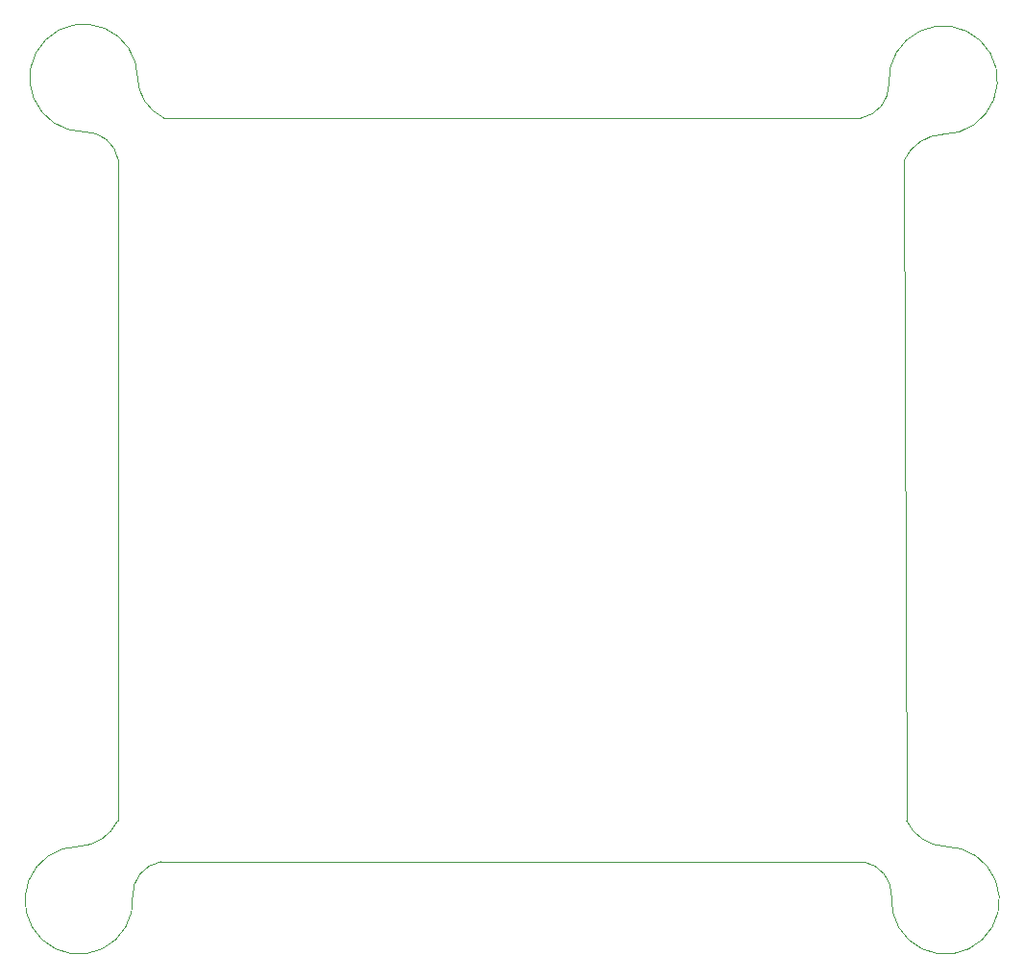
<source format=gm1>
G04 #@! TF.GenerationSoftware,KiCad,Pcbnew,7.0.7*
G04 #@! TF.CreationDate,2024-06-07T19:14:15+02:00*
G04 #@! TF.ProjectId,stm32-drone,73746d33-322d-4647-926f-6e652e6b6963,rev?*
G04 #@! TF.SameCoordinates,Original*
G04 #@! TF.FileFunction,Profile,NP*
%FSLAX46Y46*%
G04 Gerber Fmt 4.6, Leading zero omitted, Abs format (unit mm)*
G04 Created by KiCad (PCBNEW 7.0.7) date 2024-06-07 19:14:15*
%MOMM*%
%LPD*%
G01*
G04 APERTURE LIST*
G04 #@! TA.AperFunction,Profile*
%ADD10C,0.100000*%
G04 #@! TD*
G04 APERTURE END LIST*
D10*
X97354208Y-65400000D02*
G75*
G03*
X92600000Y-70154208I-4754208J0D01*
G01*
X95655311Y-72649099D02*
X95597205Y-130930686D01*
X168350000Y-70376020D02*
G75*
G03*
X164920308Y-72650000I164300J-3971180D01*
G01*
X163809084Y-137594747D02*
G75*
G03*
X168550000Y-133195792I4740916J-355253D01*
G01*
X95655311Y-72649099D02*
G75*
G03*
X92600000Y-70154209I-2955311J-500901D01*
G01*
X161079169Y-68949866D02*
G75*
G03*
X163574058Y-65894541I-500969J2955366D01*
G01*
X92176651Y-133190382D02*
G75*
G03*
X96917567Y-137589338I-1J-4754208D01*
G01*
X92176650Y-133190345D02*
G75*
G03*
X95597204Y-130930686I-149950J3945745D01*
G01*
X99400000Y-134550000D02*
X161326650Y-134555409D01*
X99400009Y-134550051D02*
G75*
G03*
X96917567Y-137589338I498291J-2940449D01*
G01*
X168350000Y-70376015D02*
G75*
G03*
X163574059Y-65894541I0J4785615D01*
G01*
X163809082Y-137594747D02*
G75*
G03*
X161326650Y-134555410I-2980782J98847D01*
G01*
X99643238Y-68914321D02*
X161079167Y-68949852D01*
X164920308Y-72650000D02*
X165129446Y-130936095D01*
X165129446Y-130936095D02*
G75*
G03*
X168550000Y-133195792I3570554J1686095D01*
G01*
X97354208Y-65400000D02*
G75*
G03*
X99643238Y-68914321I3995792J100000D01*
G01*
M02*

</source>
